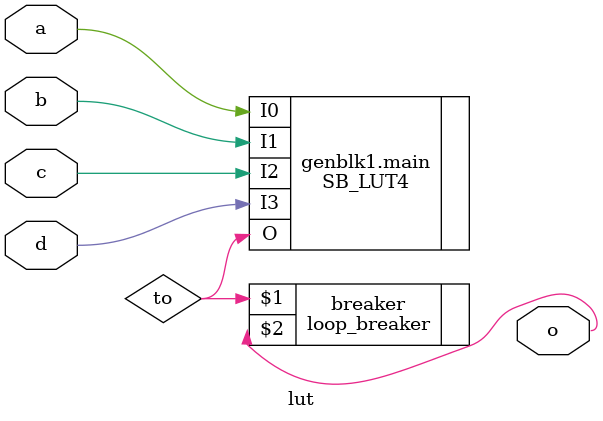
<source format=sv>
`ifndef __lut

`include "loop_breaker.v"

`define IA 16'b1111_1111_0000_0000
`define IB 16'b1111_0000_1111_0000
`define IC 16'b1100_1100_1100_1100
`define ID 16'b1010_1010_1010_1010

module lut #(
    parameter [15:0] LUT = 16'b0,
    parameter NATIVE = 1'b1
  ) (
  input d, c, b, a,
  output o);


`ifdef SIMULATION
  // from ice40/cells_sim.v
  wire [7:0] s3 = d ?   LUT[15:8] :   LUT[7:0];
  wire [3:0] s2 = c ?   s3[ 7:4]  :   s3[3:0];
  wire [1:0] s1 = b ?   s2[ 3:2]  :   s2[1:0];
  assign o      = a ?   s1[1]     :   s1[0];

`endif


`ifdef SYNTHESIS
  wire to;
  if (NATIVE) begin
    SB_LUT4 #(.LUT_INIT(LUT)) main (.O(to),
              .I0(a), .I1(b), .I2(c), .I3(d));
  end
  else begin
    \$lut #(.WIDTH(4), .LUT(LUT)) main (.A({d, c, b, a}), .Y(to));
  end

  loop_breaker breaker (to, o);
`endif

`ifdef SIMULATION
  // ice40 up5k timing
  specify
        // https://github.com/cliffordwolf/icestorm/blob/be0bca0230d6fe1102e0a360b953fbb0d273a39f/icefuzz/timings_up5k.txt#L92
        (a => o) = (1245, 1285);
        // https://github.com/cliffordwolf/icestorm/blob/be0bca0230d6fe1102e0a360b953fbb0d273a39f/icefuzz/timings_up5k.txt#L95
        (b => o) = (1179, 1232);
        // https://github.com/cliffordwolf/icestorm/blob/be0bca0230d6fe1102e0a360b953fbb0d273a39f/icefuzz/timings_up5k.txt#L98
        (c => o) = (1179, 1205);
        // https://github.com/cliffordwolf/icestorm/blob/be0bca0230d6fe1102e0a360b953fbb0d273a39f/icefuzz/timings_up5k.txt#L100
        (d => o) = (861, 874);
  endspecify
`endif

endmodule

`define __lut
`endif

</source>
